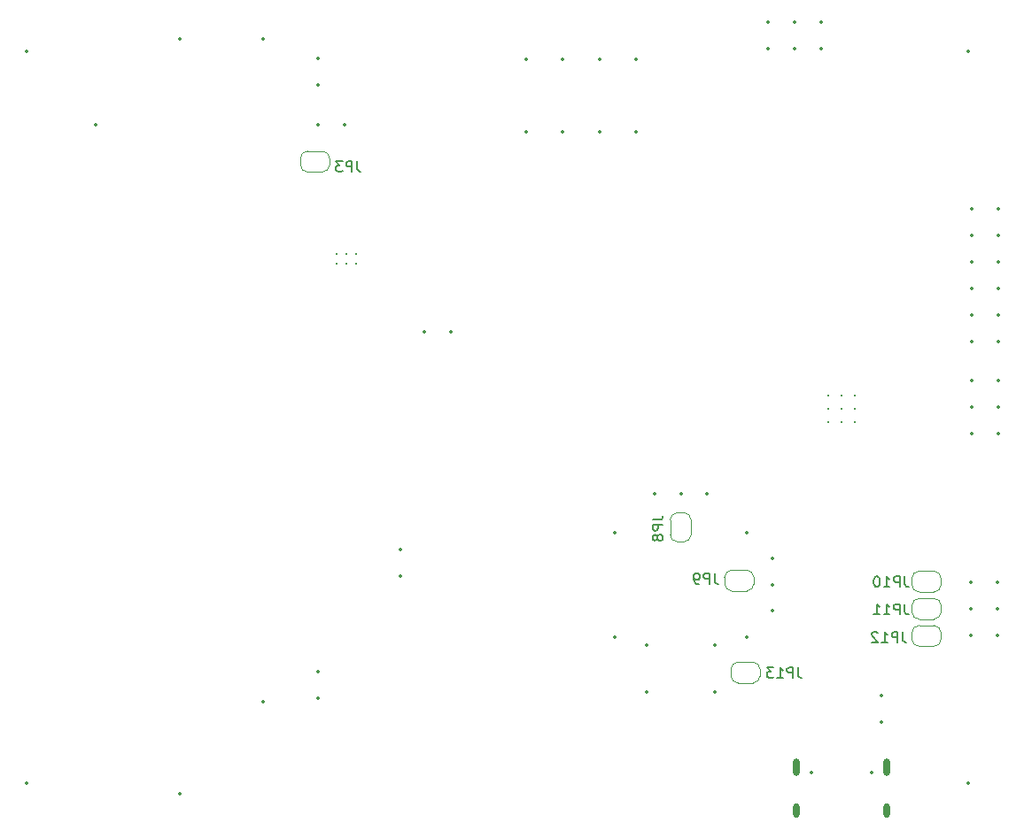
<source format=gbo>
%TF.GenerationSoftware,KiCad,Pcbnew,8.0.2*%
%TF.CreationDate,2024-05-30T20:06:03+01:00*%
%TF.ProjectId,StepUp,53746570-5570-42e6-9b69-6361645f7063,v0.1*%
%TF.SameCoordinates,Original*%
%TF.FileFunction,Legend,Bot*%
%TF.FilePolarity,Positive*%
%FSLAX46Y46*%
G04 Gerber Fmt 4.6, Leading zero omitted, Abs format (unit mm)*
G04 Created by KiCad (PCBNEW 8.0.2) date 2024-05-30 20:06:03*
%MOMM*%
%LPD*%
G01*
G04 APERTURE LIST*
%ADD10C,0.150000*%
%ADD11C,0.120000*%
%ADD12C,0.350000*%
%ADD13O,0.600000X1.400000*%
%ADD14O,0.600000X1.700000*%
%ADD15C,0.300000*%
G04 APERTURE END LIST*
D10*
X62351333Y-39490819D02*
X62351333Y-40205104D01*
X62351333Y-40205104D02*
X62398952Y-40347961D01*
X62398952Y-40347961D02*
X62494190Y-40443200D01*
X62494190Y-40443200D02*
X62637047Y-40490819D01*
X62637047Y-40490819D02*
X62732285Y-40490819D01*
X61875142Y-40490819D02*
X61875142Y-39490819D01*
X61875142Y-39490819D02*
X61494190Y-39490819D01*
X61494190Y-39490819D02*
X61398952Y-39538438D01*
X61398952Y-39538438D02*
X61351333Y-39586057D01*
X61351333Y-39586057D02*
X61303714Y-39681295D01*
X61303714Y-39681295D02*
X61303714Y-39824152D01*
X61303714Y-39824152D02*
X61351333Y-39919390D01*
X61351333Y-39919390D02*
X61398952Y-39967009D01*
X61398952Y-39967009D02*
X61494190Y-40014628D01*
X61494190Y-40014628D02*
X61875142Y-40014628D01*
X60970380Y-39490819D02*
X60351333Y-39490819D01*
X60351333Y-39490819D02*
X60684666Y-39871771D01*
X60684666Y-39871771D02*
X60541809Y-39871771D01*
X60541809Y-39871771D02*
X60446571Y-39919390D01*
X60446571Y-39919390D02*
X60398952Y-39967009D01*
X60398952Y-39967009D02*
X60351333Y-40062247D01*
X60351333Y-40062247D02*
X60351333Y-40300342D01*
X60351333Y-40300342D02*
X60398952Y-40395580D01*
X60398952Y-40395580D02*
X60446571Y-40443200D01*
X60446571Y-40443200D02*
X60541809Y-40490819D01*
X60541809Y-40490819D02*
X60827523Y-40490819D01*
X60827523Y-40490819D02*
X60922761Y-40443200D01*
X60922761Y-40443200D02*
X60970380Y-40395580D01*
X104501523Y-87914819D02*
X104501523Y-88629104D01*
X104501523Y-88629104D02*
X104549142Y-88771961D01*
X104549142Y-88771961D02*
X104644380Y-88867200D01*
X104644380Y-88867200D02*
X104787237Y-88914819D01*
X104787237Y-88914819D02*
X104882475Y-88914819D01*
X104025332Y-88914819D02*
X104025332Y-87914819D01*
X104025332Y-87914819D02*
X103644380Y-87914819D01*
X103644380Y-87914819D02*
X103549142Y-87962438D01*
X103549142Y-87962438D02*
X103501523Y-88010057D01*
X103501523Y-88010057D02*
X103453904Y-88105295D01*
X103453904Y-88105295D02*
X103453904Y-88248152D01*
X103453904Y-88248152D02*
X103501523Y-88343390D01*
X103501523Y-88343390D02*
X103549142Y-88391009D01*
X103549142Y-88391009D02*
X103644380Y-88438628D01*
X103644380Y-88438628D02*
X104025332Y-88438628D01*
X102501523Y-88914819D02*
X103072951Y-88914819D01*
X102787237Y-88914819D02*
X102787237Y-87914819D01*
X102787237Y-87914819D02*
X102882475Y-88057676D01*
X102882475Y-88057676D02*
X102977713Y-88152914D01*
X102977713Y-88152914D02*
X103072951Y-88200533D01*
X102168189Y-87914819D02*
X101549142Y-87914819D01*
X101549142Y-87914819D02*
X101882475Y-88295771D01*
X101882475Y-88295771D02*
X101739618Y-88295771D01*
X101739618Y-88295771D02*
X101644380Y-88343390D01*
X101644380Y-88343390D02*
X101596761Y-88391009D01*
X101596761Y-88391009D02*
X101549142Y-88486247D01*
X101549142Y-88486247D02*
X101549142Y-88724342D01*
X101549142Y-88724342D02*
X101596761Y-88819580D01*
X101596761Y-88819580D02*
X101644380Y-88867200D01*
X101644380Y-88867200D02*
X101739618Y-88914819D01*
X101739618Y-88914819D02*
X102025332Y-88914819D01*
X102025332Y-88914819D02*
X102120570Y-88867200D01*
X102120570Y-88867200D02*
X102168189Y-88819580D01*
X90596819Y-73776666D02*
X91311104Y-73776666D01*
X91311104Y-73776666D02*
X91453961Y-73729047D01*
X91453961Y-73729047D02*
X91549200Y-73633809D01*
X91549200Y-73633809D02*
X91596819Y-73490952D01*
X91596819Y-73490952D02*
X91596819Y-73395714D01*
X91596819Y-74252857D02*
X90596819Y-74252857D01*
X90596819Y-74252857D02*
X90596819Y-74633809D01*
X90596819Y-74633809D02*
X90644438Y-74729047D01*
X90644438Y-74729047D02*
X90692057Y-74776666D01*
X90692057Y-74776666D02*
X90787295Y-74824285D01*
X90787295Y-74824285D02*
X90930152Y-74824285D01*
X90930152Y-74824285D02*
X91025390Y-74776666D01*
X91025390Y-74776666D02*
X91073009Y-74729047D01*
X91073009Y-74729047D02*
X91120628Y-74633809D01*
X91120628Y-74633809D02*
X91120628Y-74252857D01*
X91025390Y-75395714D02*
X90977771Y-75300476D01*
X90977771Y-75300476D02*
X90930152Y-75252857D01*
X90930152Y-75252857D02*
X90834914Y-75205238D01*
X90834914Y-75205238D02*
X90787295Y-75205238D01*
X90787295Y-75205238D02*
X90692057Y-75252857D01*
X90692057Y-75252857D02*
X90644438Y-75300476D01*
X90644438Y-75300476D02*
X90596819Y-75395714D01*
X90596819Y-75395714D02*
X90596819Y-75586190D01*
X90596819Y-75586190D02*
X90644438Y-75681428D01*
X90644438Y-75681428D02*
X90692057Y-75729047D01*
X90692057Y-75729047D02*
X90787295Y-75776666D01*
X90787295Y-75776666D02*
X90834914Y-75776666D01*
X90834914Y-75776666D02*
X90930152Y-75729047D01*
X90930152Y-75729047D02*
X90977771Y-75681428D01*
X90977771Y-75681428D02*
X91025390Y-75586190D01*
X91025390Y-75586190D02*
X91025390Y-75395714D01*
X91025390Y-75395714D02*
X91073009Y-75300476D01*
X91073009Y-75300476D02*
X91120628Y-75252857D01*
X91120628Y-75252857D02*
X91215866Y-75205238D01*
X91215866Y-75205238D02*
X91406342Y-75205238D01*
X91406342Y-75205238D02*
X91501580Y-75252857D01*
X91501580Y-75252857D02*
X91549200Y-75300476D01*
X91549200Y-75300476D02*
X91596819Y-75395714D01*
X91596819Y-75395714D02*
X91596819Y-75586190D01*
X91596819Y-75586190D02*
X91549200Y-75681428D01*
X91549200Y-75681428D02*
X91501580Y-75729047D01*
X91501580Y-75729047D02*
X91406342Y-75776666D01*
X91406342Y-75776666D02*
X91215866Y-75776666D01*
X91215866Y-75776666D02*
X91120628Y-75729047D01*
X91120628Y-75729047D02*
X91073009Y-75681428D01*
X91073009Y-75681428D02*
X91025390Y-75586190D01*
X114501523Y-84514819D02*
X114501523Y-85229104D01*
X114501523Y-85229104D02*
X114549142Y-85371961D01*
X114549142Y-85371961D02*
X114644380Y-85467200D01*
X114644380Y-85467200D02*
X114787237Y-85514819D01*
X114787237Y-85514819D02*
X114882475Y-85514819D01*
X114025332Y-85514819D02*
X114025332Y-84514819D01*
X114025332Y-84514819D02*
X113644380Y-84514819D01*
X113644380Y-84514819D02*
X113549142Y-84562438D01*
X113549142Y-84562438D02*
X113501523Y-84610057D01*
X113501523Y-84610057D02*
X113453904Y-84705295D01*
X113453904Y-84705295D02*
X113453904Y-84848152D01*
X113453904Y-84848152D02*
X113501523Y-84943390D01*
X113501523Y-84943390D02*
X113549142Y-84991009D01*
X113549142Y-84991009D02*
X113644380Y-85038628D01*
X113644380Y-85038628D02*
X114025332Y-85038628D01*
X112501523Y-85514819D02*
X113072951Y-85514819D01*
X112787237Y-85514819D02*
X112787237Y-84514819D01*
X112787237Y-84514819D02*
X112882475Y-84657676D01*
X112882475Y-84657676D02*
X112977713Y-84752914D01*
X112977713Y-84752914D02*
X113072951Y-84800533D01*
X112120570Y-84610057D02*
X112072951Y-84562438D01*
X112072951Y-84562438D02*
X111977713Y-84514819D01*
X111977713Y-84514819D02*
X111739618Y-84514819D01*
X111739618Y-84514819D02*
X111644380Y-84562438D01*
X111644380Y-84562438D02*
X111596761Y-84610057D01*
X111596761Y-84610057D02*
X111549142Y-84705295D01*
X111549142Y-84705295D02*
X111549142Y-84800533D01*
X111549142Y-84800533D02*
X111596761Y-84943390D01*
X111596761Y-84943390D02*
X112168189Y-85514819D01*
X112168189Y-85514819D02*
X111549142Y-85514819D01*
X114701523Y-81864819D02*
X114701523Y-82579104D01*
X114701523Y-82579104D02*
X114749142Y-82721961D01*
X114749142Y-82721961D02*
X114844380Y-82817200D01*
X114844380Y-82817200D02*
X114987237Y-82864819D01*
X114987237Y-82864819D02*
X115082475Y-82864819D01*
X114225332Y-82864819D02*
X114225332Y-81864819D01*
X114225332Y-81864819D02*
X113844380Y-81864819D01*
X113844380Y-81864819D02*
X113749142Y-81912438D01*
X113749142Y-81912438D02*
X113701523Y-81960057D01*
X113701523Y-81960057D02*
X113653904Y-82055295D01*
X113653904Y-82055295D02*
X113653904Y-82198152D01*
X113653904Y-82198152D02*
X113701523Y-82293390D01*
X113701523Y-82293390D02*
X113749142Y-82341009D01*
X113749142Y-82341009D02*
X113844380Y-82388628D01*
X113844380Y-82388628D02*
X114225332Y-82388628D01*
X112701523Y-82864819D02*
X113272951Y-82864819D01*
X112987237Y-82864819D02*
X112987237Y-81864819D01*
X112987237Y-81864819D02*
X113082475Y-82007676D01*
X113082475Y-82007676D02*
X113177713Y-82102914D01*
X113177713Y-82102914D02*
X113272951Y-82150533D01*
X111749142Y-82864819D02*
X112320570Y-82864819D01*
X112034856Y-82864819D02*
X112034856Y-81864819D01*
X112034856Y-81864819D02*
X112130094Y-82007676D01*
X112130094Y-82007676D02*
X112225332Y-82102914D01*
X112225332Y-82102914D02*
X112320570Y-82150533D01*
X114701523Y-79214819D02*
X114701523Y-79929104D01*
X114701523Y-79929104D02*
X114749142Y-80071961D01*
X114749142Y-80071961D02*
X114844380Y-80167200D01*
X114844380Y-80167200D02*
X114987237Y-80214819D01*
X114987237Y-80214819D02*
X115082475Y-80214819D01*
X114225332Y-80214819D02*
X114225332Y-79214819D01*
X114225332Y-79214819D02*
X113844380Y-79214819D01*
X113844380Y-79214819D02*
X113749142Y-79262438D01*
X113749142Y-79262438D02*
X113701523Y-79310057D01*
X113701523Y-79310057D02*
X113653904Y-79405295D01*
X113653904Y-79405295D02*
X113653904Y-79548152D01*
X113653904Y-79548152D02*
X113701523Y-79643390D01*
X113701523Y-79643390D02*
X113749142Y-79691009D01*
X113749142Y-79691009D02*
X113844380Y-79738628D01*
X113844380Y-79738628D02*
X114225332Y-79738628D01*
X112701523Y-80214819D02*
X113272951Y-80214819D01*
X112987237Y-80214819D02*
X112987237Y-79214819D01*
X112987237Y-79214819D02*
X113082475Y-79357676D01*
X113082475Y-79357676D02*
X113177713Y-79452914D01*
X113177713Y-79452914D02*
X113272951Y-79500533D01*
X112082475Y-79214819D02*
X111987237Y-79214819D01*
X111987237Y-79214819D02*
X111891999Y-79262438D01*
X111891999Y-79262438D02*
X111844380Y-79310057D01*
X111844380Y-79310057D02*
X111796761Y-79405295D01*
X111796761Y-79405295D02*
X111749142Y-79595771D01*
X111749142Y-79595771D02*
X111749142Y-79833866D01*
X111749142Y-79833866D02*
X111796761Y-80024342D01*
X111796761Y-80024342D02*
X111844380Y-80119580D01*
X111844380Y-80119580D02*
X111891999Y-80167200D01*
X111891999Y-80167200D02*
X111987237Y-80214819D01*
X111987237Y-80214819D02*
X112082475Y-80214819D01*
X112082475Y-80214819D02*
X112177713Y-80167200D01*
X112177713Y-80167200D02*
X112225332Y-80119580D01*
X112225332Y-80119580D02*
X112272951Y-80024342D01*
X112272951Y-80024342D02*
X112320570Y-79833866D01*
X112320570Y-79833866D02*
X112320570Y-79595771D01*
X112320570Y-79595771D02*
X112272951Y-79405295D01*
X112272951Y-79405295D02*
X112225332Y-79310057D01*
X112225332Y-79310057D02*
X112177713Y-79262438D01*
X112177713Y-79262438D02*
X112082475Y-79214819D01*
X96525333Y-78914819D02*
X96525333Y-79629104D01*
X96525333Y-79629104D02*
X96572952Y-79771961D01*
X96572952Y-79771961D02*
X96668190Y-79867200D01*
X96668190Y-79867200D02*
X96811047Y-79914819D01*
X96811047Y-79914819D02*
X96906285Y-79914819D01*
X96049142Y-79914819D02*
X96049142Y-78914819D01*
X96049142Y-78914819D02*
X95668190Y-78914819D01*
X95668190Y-78914819D02*
X95572952Y-78962438D01*
X95572952Y-78962438D02*
X95525333Y-79010057D01*
X95525333Y-79010057D02*
X95477714Y-79105295D01*
X95477714Y-79105295D02*
X95477714Y-79248152D01*
X95477714Y-79248152D02*
X95525333Y-79343390D01*
X95525333Y-79343390D02*
X95572952Y-79391009D01*
X95572952Y-79391009D02*
X95668190Y-79438628D01*
X95668190Y-79438628D02*
X96049142Y-79438628D01*
X95001523Y-79914819D02*
X94811047Y-79914819D01*
X94811047Y-79914819D02*
X94715809Y-79867200D01*
X94715809Y-79867200D02*
X94668190Y-79819580D01*
X94668190Y-79819580D02*
X94572952Y-79676723D01*
X94572952Y-79676723D02*
X94525333Y-79486247D01*
X94525333Y-79486247D02*
X94525333Y-79105295D01*
X94525333Y-79105295D02*
X94572952Y-79010057D01*
X94572952Y-79010057D02*
X94620571Y-78962438D01*
X94620571Y-78962438D02*
X94715809Y-78914819D01*
X94715809Y-78914819D02*
X94906285Y-78914819D01*
X94906285Y-78914819D02*
X95001523Y-78962438D01*
X95001523Y-78962438D02*
X95049142Y-79010057D01*
X95049142Y-79010057D02*
X95096761Y-79105295D01*
X95096761Y-79105295D02*
X95096761Y-79343390D01*
X95096761Y-79343390D02*
X95049142Y-79438628D01*
X95049142Y-79438628D02*
X95001523Y-79486247D01*
X95001523Y-79486247D02*
X94906285Y-79533866D01*
X94906285Y-79533866D02*
X94715809Y-79533866D01*
X94715809Y-79533866D02*
X94620571Y-79486247D01*
X94620571Y-79486247D02*
X94572952Y-79438628D01*
X94572952Y-79438628D02*
X94525333Y-79343390D01*
D11*
%TO.C,JP3*%
X56944000Y-39828000D02*
X56944000Y-39228000D01*
X57644000Y-38528000D02*
X59044000Y-38528000D01*
X59044000Y-40528000D02*
X57644000Y-40528000D01*
X59744000Y-39228000D02*
X59744000Y-39828000D01*
X56944000Y-39228000D02*
G75*
G02*
X57644000Y-38528000I700000J0D01*
G01*
X57644000Y-40528000D02*
G75*
G02*
X56944000Y-39828000I0J700000D01*
G01*
X59044000Y-38528000D02*
G75*
G02*
X59744000Y-39228000I1J-699999D01*
G01*
X59744000Y-39828000D02*
G75*
G02*
X59044000Y-40528000I-699999J-1D01*
G01*
%TO.C,JP13*%
X98092000Y-88710000D02*
X98092000Y-88110000D01*
X98792000Y-87410000D02*
X100192000Y-87410000D01*
X100192000Y-89410000D02*
X98792000Y-89410000D01*
X100892000Y-88110000D02*
X100892000Y-88710000D01*
X98092000Y-88110000D02*
G75*
G02*
X98792000Y-87410000I700000J0D01*
G01*
X98792000Y-89410000D02*
G75*
G02*
X98092000Y-88710000I0J700000D01*
G01*
X100192000Y-87410000D02*
G75*
G02*
X100892000Y-88110000I1J-699999D01*
G01*
X100892000Y-88710000D02*
G75*
G02*
X100192000Y-89410000I-699999J-1D01*
G01*
%TO.C,JP8*%
X92292000Y-75210000D02*
X92292000Y-73810000D01*
X92992000Y-73110000D02*
X93592000Y-73110000D01*
X93592000Y-75910000D02*
X92992000Y-75910000D01*
X94292000Y-73810000D02*
X94292000Y-75210000D01*
X92292000Y-73810000D02*
G75*
G02*
X92992000Y-73110000I699999J1D01*
G01*
X92992000Y-75910000D02*
G75*
G02*
X92292000Y-75210000I0J700000D01*
G01*
X93592000Y-73110000D02*
G75*
G02*
X94292000Y-73810000I1J-699999D01*
G01*
X94292000Y-75210000D02*
G75*
G02*
X93592000Y-75910000I-700000J0D01*
G01*
%TO.C,JP12*%
X115392000Y-85210000D02*
X115392000Y-84610000D01*
X116092000Y-83910000D02*
X117492000Y-83910000D01*
X117492000Y-85910000D02*
X116092000Y-85910000D01*
X118192000Y-84610000D02*
X118192000Y-85210000D01*
X115392000Y-84610000D02*
G75*
G02*
X116092000Y-83910000I699999J1D01*
G01*
X116092000Y-85910000D02*
G75*
G02*
X115392000Y-85210000I-1J699999D01*
G01*
X117492000Y-83910000D02*
G75*
G02*
X118192000Y-84610000I0J-700000D01*
G01*
X118192000Y-85210000D02*
G75*
G02*
X117492000Y-85910000I-700000J0D01*
G01*
%TO.C,JP11*%
X115392000Y-82610000D02*
X115392000Y-82010000D01*
X116092000Y-81310000D02*
X117492000Y-81310000D01*
X117492000Y-83310000D02*
X116092000Y-83310000D01*
X118192000Y-82010000D02*
X118192000Y-82610000D01*
X115392000Y-82010000D02*
G75*
G02*
X116092000Y-81310000I699999J1D01*
G01*
X116092000Y-83310000D02*
G75*
G02*
X115392000Y-82610000I-1J699999D01*
G01*
X117492000Y-81310000D02*
G75*
G02*
X118192000Y-82010000I0J-700000D01*
G01*
X118192000Y-82610000D02*
G75*
G02*
X117492000Y-83310000I-700000J0D01*
G01*
%TO.C,JP10*%
X115392000Y-80010000D02*
X115392000Y-79410000D01*
X116092000Y-78710000D02*
X117492000Y-78710000D01*
X117492000Y-80710000D02*
X116092000Y-80710000D01*
X118192000Y-79410000D02*
X118192000Y-80010000D01*
X115392000Y-79410000D02*
G75*
G02*
X116092000Y-78710000I699999J1D01*
G01*
X116092000Y-80710000D02*
G75*
G02*
X115392000Y-80010000I-1J699999D01*
G01*
X117492000Y-78710000D02*
G75*
G02*
X118192000Y-79410000I0J-700000D01*
G01*
X118192000Y-80010000D02*
G75*
G02*
X117492000Y-80710000I-700000J0D01*
G01*
%TO.C,JP9*%
X97492000Y-79910000D02*
X97492000Y-79310000D01*
X98192000Y-78610000D02*
X99592000Y-78610000D01*
X99592000Y-80610000D02*
X98192000Y-80610000D01*
X100292000Y-79310000D02*
X100292000Y-79910000D01*
X97492000Y-79310000D02*
G75*
G02*
X98192000Y-78610000I700000J0D01*
G01*
X98192000Y-80610000D02*
G75*
G02*
X97492000Y-79910000I0J700000D01*
G01*
X99592000Y-78610000D02*
G75*
G02*
X100292000Y-79310000I1J-699999D01*
G01*
X100292000Y-79910000D02*
G75*
G02*
X99592000Y-80610000I-699999J-1D01*
G01*
%TD*%
D12*
X45390000Y-27802000D03*
X45390000Y-100022000D03*
X53390000Y-27802000D03*
X37390000Y-36002000D03*
X53390000Y-91202000D03*
D13*
X112962000Y-101635000D03*
D14*
X112962000Y-97455000D03*
D13*
X104322000Y-101635000D03*
D14*
X104322000Y-97455000D03*
D12*
X111532000Y-97955000D03*
X105752000Y-97955000D03*
D15*
X107366000Y-61880000D03*
X107366000Y-63155000D03*
X107366000Y-64430000D03*
X108641000Y-61880000D03*
X108641000Y-63155000D03*
X108641000Y-64430000D03*
X109916000Y-61880000D03*
X109916000Y-63155000D03*
X109916000Y-64430000D03*
D12*
X95804500Y-71285000D03*
X93304500Y-71285000D03*
X90804500Y-71285000D03*
X102034500Y-82515000D03*
X102034500Y-80015000D03*
X102034500Y-77515000D03*
X90054500Y-85765000D03*
X96554500Y-85765000D03*
X90054500Y-90265000D03*
X96554500Y-90265000D03*
X99629500Y-75015000D03*
X86979500Y-75015000D03*
X86979500Y-85015000D03*
X99629500Y-85015000D03*
X30742000Y-29010000D03*
D15*
X62311000Y-48330000D03*
X61361000Y-48330000D03*
X60411000Y-48330000D03*
X62311000Y-49330000D03*
X61361000Y-49330000D03*
X60411000Y-49330000D03*
D12*
X123622000Y-56716000D03*
X121082000Y-56716000D03*
X123622000Y-54176000D03*
X121082000Y-54176000D03*
X123622000Y-51636000D03*
X121082000Y-51636000D03*
X123622000Y-49096000D03*
X121082000Y-49096000D03*
X123622000Y-46556000D03*
X121082000Y-46556000D03*
X123622000Y-44016000D03*
X121082000Y-44016000D03*
X30742000Y-99010000D03*
X89019400Y-36699501D03*
X89019400Y-29699501D03*
X85519400Y-36699501D03*
X85519400Y-29699501D03*
X82019400Y-36699501D03*
X82019400Y-29699501D03*
X78519400Y-36699501D03*
X78519400Y-29699501D03*
X123617000Y-65535000D03*
X121077000Y-65535000D03*
X123617000Y-62995000D03*
X121077000Y-62995000D03*
X123617000Y-60455000D03*
X121077000Y-60455000D03*
X58594000Y-88347000D03*
X58594000Y-90887000D03*
X71303000Y-55784000D03*
X68763000Y-55784000D03*
X120742000Y-99010000D03*
X66542000Y-79185000D03*
X66542000Y-76645000D03*
X101617000Y-28685000D03*
X101617000Y-26145000D03*
X104157000Y-28685000D03*
X104157000Y-26145000D03*
X106697000Y-28685000D03*
X106697000Y-26145000D03*
X112446000Y-90577000D03*
X112446000Y-93117000D03*
X58598000Y-32167000D03*
X58598000Y-29627000D03*
X120742000Y-29010000D03*
X121072000Y-79810000D03*
X123612000Y-79810000D03*
X121072000Y-82350000D03*
X123612000Y-82350000D03*
X121072000Y-84890000D03*
X123612000Y-84890000D03*
X58593000Y-35972000D03*
X61133000Y-35972000D03*
M02*

</source>
